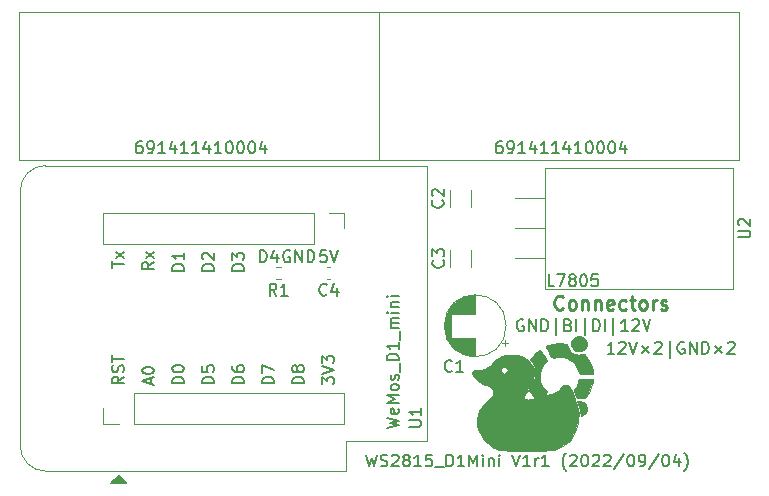
<source format=gto>
%TF.GenerationSoftware,KiCad,Pcbnew,6.0.4-6f826c9f35~116~ubuntu18.04.1*%
%TF.CreationDate,2022-09-04T19:01:58+02:00*%
%TF.ProjectId,WS2815_D1Mini,57533238-3135-45f4-9431-4d696e692e6b,rev?*%
%TF.SameCoordinates,Original*%
%TF.FileFunction,Legend,Top*%
%TF.FilePolarity,Positive*%
%FSLAX46Y46*%
G04 Gerber Fmt 4.6, Leading zero omitted, Abs format (unit mm)*
G04 Created by KiCad (PCBNEW 6.0.4-6f826c9f35~116~ubuntu18.04.1) date 2022-09-04 19:01:58*
%MOMM*%
%LPD*%
G01*
G04 APERTURE LIST*
%ADD10C,0.150000*%
%ADD11C,0.250000*%
%ADD12C,0.120000*%
%ADD13C,0.010000*%
G04 APERTURE END LIST*
D10*
X116911380Y-87421404D02*
X115911380Y-87421404D01*
X115911380Y-87183309D01*
X115959000Y-87040452D01*
X116054238Y-86945214D01*
X116149476Y-86897595D01*
X116339952Y-86849976D01*
X116482809Y-86849976D01*
X116673285Y-86897595D01*
X116768523Y-86945214D01*
X116863761Y-87040452D01*
X116911380Y-87183309D01*
X116911380Y-87421404D01*
X115911380Y-86230928D02*
X115911380Y-86135690D01*
X115959000Y-86040452D01*
X116006619Y-85992833D01*
X116101857Y-85945214D01*
X116292333Y-85897595D01*
X116530428Y-85897595D01*
X116720904Y-85945214D01*
X116816142Y-85992833D01*
X116863761Y-86040452D01*
X116911380Y-86135690D01*
X116911380Y-86230928D01*
X116863761Y-86326166D01*
X116816142Y-86373785D01*
X116720904Y-86421404D01*
X116530428Y-86469023D01*
X116292333Y-86469023D01*
X116101857Y-86421404D01*
X116006619Y-86373785D01*
X115959000Y-86326166D01*
X115911380Y-86230928D01*
X121991380Y-87421404D02*
X120991380Y-87421404D01*
X120991380Y-87183309D01*
X121039000Y-87040452D01*
X121134238Y-86945214D01*
X121229476Y-86897595D01*
X121419952Y-86849976D01*
X121562809Y-86849976D01*
X121753285Y-86897595D01*
X121848523Y-86945214D01*
X121943761Y-87040452D01*
X121991380Y-87183309D01*
X121991380Y-87421404D01*
X120991380Y-85992833D02*
X120991380Y-86183309D01*
X121039000Y-86278547D01*
X121086619Y-86326166D01*
X121229476Y-86421404D01*
X121419952Y-86469023D01*
X121800904Y-86469023D01*
X121896142Y-86421404D01*
X121943761Y-86373785D01*
X121991380Y-86278547D01*
X121991380Y-86088071D01*
X121943761Y-85992833D01*
X121896142Y-85945214D01*
X121800904Y-85897595D01*
X121562809Y-85897595D01*
X121467571Y-85945214D01*
X121419952Y-85992833D01*
X121372333Y-86088071D01*
X121372333Y-86278547D01*
X121419952Y-86373785D01*
X121467571Y-86421404D01*
X121562809Y-86469023D01*
X124531380Y-87421404D02*
X123531380Y-87421404D01*
X123531380Y-87183309D01*
X123579000Y-87040452D01*
X123674238Y-86945214D01*
X123769476Y-86897595D01*
X123959952Y-86849976D01*
X124102809Y-86849976D01*
X124293285Y-86897595D01*
X124388523Y-86945214D01*
X124483761Y-87040452D01*
X124531380Y-87183309D01*
X124531380Y-87421404D01*
X123531380Y-86516642D02*
X123531380Y-85849976D01*
X124531380Y-86278547D01*
D11*
X149006428Y-81073571D02*
X148949285Y-81130714D01*
X148777857Y-81187857D01*
X148663571Y-81187857D01*
X148492142Y-81130714D01*
X148377857Y-81016428D01*
X148320714Y-80902142D01*
X148263571Y-80673571D01*
X148263571Y-80502142D01*
X148320714Y-80273571D01*
X148377857Y-80159285D01*
X148492142Y-80045000D01*
X148663571Y-79987857D01*
X148777857Y-79987857D01*
X148949285Y-80045000D01*
X149006428Y-80102142D01*
X149692142Y-81187857D02*
X149577857Y-81130714D01*
X149520714Y-81073571D01*
X149463571Y-80959285D01*
X149463571Y-80616428D01*
X149520714Y-80502142D01*
X149577857Y-80445000D01*
X149692142Y-80387857D01*
X149863571Y-80387857D01*
X149977857Y-80445000D01*
X150035000Y-80502142D01*
X150092142Y-80616428D01*
X150092142Y-80959285D01*
X150035000Y-81073571D01*
X149977857Y-81130714D01*
X149863571Y-81187857D01*
X149692142Y-81187857D01*
X150606428Y-80387857D02*
X150606428Y-81187857D01*
X150606428Y-80502142D02*
X150663571Y-80445000D01*
X150777857Y-80387857D01*
X150949285Y-80387857D01*
X151063571Y-80445000D01*
X151120714Y-80559285D01*
X151120714Y-81187857D01*
X151692142Y-80387857D02*
X151692142Y-81187857D01*
X151692142Y-80502142D02*
X151749285Y-80445000D01*
X151863571Y-80387857D01*
X152035000Y-80387857D01*
X152149285Y-80445000D01*
X152206428Y-80559285D01*
X152206428Y-81187857D01*
X153235000Y-81130714D02*
X153120714Y-81187857D01*
X152892142Y-81187857D01*
X152777857Y-81130714D01*
X152720714Y-81016428D01*
X152720714Y-80559285D01*
X152777857Y-80445000D01*
X152892142Y-80387857D01*
X153120714Y-80387857D01*
X153235000Y-80445000D01*
X153292142Y-80559285D01*
X153292142Y-80673571D01*
X152720714Y-80787857D01*
X154320714Y-81130714D02*
X154206428Y-81187857D01*
X153977857Y-81187857D01*
X153863571Y-81130714D01*
X153806428Y-81073571D01*
X153749285Y-80959285D01*
X153749285Y-80616428D01*
X153806428Y-80502142D01*
X153863571Y-80445000D01*
X153977857Y-80387857D01*
X154206428Y-80387857D01*
X154320714Y-80445000D01*
X154663571Y-80387857D02*
X155120714Y-80387857D01*
X154835000Y-79987857D02*
X154835000Y-81016428D01*
X154892142Y-81130714D01*
X155006428Y-81187857D01*
X155120714Y-81187857D01*
X155692142Y-81187857D02*
X155577857Y-81130714D01*
X155520714Y-81073571D01*
X155463571Y-80959285D01*
X155463571Y-80616428D01*
X155520714Y-80502142D01*
X155577857Y-80445000D01*
X155692142Y-80387857D01*
X155863571Y-80387857D01*
X155977857Y-80445000D01*
X156035000Y-80502142D01*
X156092142Y-80616428D01*
X156092142Y-80959285D01*
X156035000Y-81073571D01*
X155977857Y-81130714D01*
X155863571Y-81187857D01*
X155692142Y-81187857D01*
X156606428Y-81187857D02*
X156606428Y-80387857D01*
X156606428Y-80616428D02*
X156663571Y-80502142D01*
X156720714Y-80445000D01*
X156835000Y-80387857D01*
X156949285Y-80387857D01*
X157292142Y-81130714D02*
X157406428Y-81187857D01*
X157635000Y-81187857D01*
X157749285Y-81130714D01*
X157806428Y-81016428D01*
X157806428Y-80959285D01*
X157749285Y-80845000D01*
X157635000Y-80787857D01*
X157463571Y-80787857D01*
X157349285Y-80730714D01*
X157292142Y-80616428D01*
X157292142Y-80559285D01*
X157349285Y-80445000D01*
X157463571Y-80387857D01*
X157635000Y-80387857D01*
X157749285Y-80445000D01*
D10*
X125857095Y-76208000D02*
X125761857Y-76160380D01*
X125619000Y-76160380D01*
X125476142Y-76208000D01*
X125380904Y-76303238D01*
X125333285Y-76398476D01*
X125285666Y-76588952D01*
X125285666Y-76731809D01*
X125333285Y-76922285D01*
X125380904Y-77017523D01*
X125476142Y-77112761D01*
X125619000Y-77160380D01*
X125714238Y-77160380D01*
X125857095Y-77112761D01*
X125904714Y-77065142D01*
X125904714Y-76731809D01*
X125714238Y-76731809D01*
X126333285Y-77160380D02*
X126333285Y-76160380D01*
X126904714Y-77160380D01*
X126904714Y-76160380D01*
X127380904Y-77160380D02*
X127380904Y-76160380D01*
X127619000Y-76160380D01*
X127761857Y-76208000D01*
X127857095Y-76303238D01*
X127904714Y-76398476D01*
X127952333Y-76588952D01*
X127952333Y-76731809D01*
X127904714Y-76922285D01*
X127857095Y-77017523D01*
X127761857Y-77112761D01*
X127619000Y-77160380D01*
X127380904Y-77160380D01*
X114371380Y-77170500D02*
X113895190Y-77503833D01*
X114371380Y-77741928D02*
X113371380Y-77741928D01*
X113371380Y-77360976D01*
X113419000Y-77265738D01*
X113466619Y-77218119D01*
X113561857Y-77170500D01*
X113704714Y-77170500D01*
X113799952Y-77218119D01*
X113847571Y-77265738D01*
X113895190Y-77360976D01*
X113895190Y-77741928D01*
X114371380Y-76837166D02*
X113704714Y-76313357D01*
X113704714Y-76837166D02*
X114371380Y-76313357D01*
X128968523Y-76160380D02*
X128492333Y-76160380D01*
X128444714Y-76636571D01*
X128492333Y-76588952D01*
X128587571Y-76541333D01*
X128825666Y-76541333D01*
X128920904Y-76588952D01*
X128968523Y-76636571D01*
X129016142Y-76731809D01*
X129016142Y-76969904D01*
X128968523Y-77065142D01*
X128920904Y-77112761D01*
X128825666Y-77160380D01*
X128587571Y-77160380D01*
X128492333Y-77112761D01*
X128444714Y-77065142D01*
X129301857Y-76160380D02*
X129635190Y-77160380D01*
X129968523Y-76160380D01*
X119451380Y-77884785D02*
X118451380Y-77884785D01*
X118451380Y-77646690D01*
X118499000Y-77503833D01*
X118594238Y-77408595D01*
X118689476Y-77360976D01*
X118879952Y-77313357D01*
X119022809Y-77313357D01*
X119213285Y-77360976D01*
X119308523Y-77408595D01*
X119403761Y-77503833D01*
X119451380Y-77646690D01*
X119451380Y-77884785D01*
X118546619Y-76932404D02*
X118499000Y-76884785D01*
X118451380Y-76789547D01*
X118451380Y-76551452D01*
X118499000Y-76456214D01*
X118546619Y-76408595D01*
X118641857Y-76360976D01*
X118737095Y-76360976D01*
X118879952Y-76408595D01*
X119451380Y-76980023D01*
X119451380Y-76360976D01*
X121991380Y-77884785D02*
X120991380Y-77884785D01*
X120991380Y-77646690D01*
X121039000Y-77503833D01*
X121134238Y-77408595D01*
X121229476Y-77360976D01*
X121419952Y-77313357D01*
X121562809Y-77313357D01*
X121753285Y-77360976D01*
X121848523Y-77408595D01*
X121943761Y-77503833D01*
X121991380Y-77646690D01*
X121991380Y-77884785D01*
X120991380Y-76980023D02*
X120991380Y-76360976D01*
X121372333Y-76694309D01*
X121372333Y-76551452D01*
X121419952Y-76456214D01*
X121467571Y-76408595D01*
X121562809Y-76360976D01*
X121800904Y-76360976D01*
X121896142Y-76408595D01*
X121943761Y-76456214D01*
X121991380Y-76551452D01*
X121991380Y-76837166D01*
X121943761Y-76932404D01*
X121896142Y-76980023D01*
X111831380Y-86849976D02*
X111355190Y-87183309D01*
X111831380Y-87421404D02*
X110831380Y-87421404D01*
X110831380Y-87040452D01*
X110879000Y-86945214D01*
X110926619Y-86897595D01*
X111021857Y-86849976D01*
X111164714Y-86849976D01*
X111259952Y-86897595D01*
X111307571Y-86945214D01*
X111355190Y-87040452D01*
X111355190Y-87421404D01*
X111783761Y-86469023D02*
X111831380Y-86326166D01*
X111831380Y-86088071D01*
X111783761Y-85992833D01*
X111736142Y-85945214D01*
X111640904Y-85897595D01*
X111545666Y-85897595D01*
X111450428Y-85945214D01*
X111402809Y-85992833D01*
X111355190Y-86088071D01*
X111307571Y-86278547D01*
X111259952Y-86373785D01*
X111212333Y-86421404D01*
X111117095Y-86469023D01*
X111021857Y-86469023D01*
X110926619Y-86421404D01*
X110879000Y-86373785D01*
X110831380Y-86278547D01*
X110831380Y-86040452D01*
X110879000Y-85897595D01*
X110831380Y-85611880D02*
X110831380Y-85040452D01*
X111831380Y-85326166D02*
X110831380Y-85326166D01*
X114085666Y-87469023D02*
X114085666Y-86992833D01*
X114371380Y-87564261D02*
X113371380Y-87230928D01*
X114371380Y-86897595D01*
X113371380Y-86373785D02*
X113371380Y-86278547D01*
X113419000Y-86183309D01*
X113466619Y-86135690D01*
X113561857Y-86088071D01*
X113752333Y-86040452D01*
X113990428Y-86040452D01*
X114180904Y-86088071D01*
X114276142Y-86135690D01*
X114323761Y-86183309D01*
X114371380Y-86278547D01*
X114371380Y-86373785D01*
X114323761Y-86469023D01*
X114276142Y-86516642D01*
X114180904Y-86564261D01*
X113990428Y-86611880D01*
X113752333Y-86611880D01*
X113561857Y-86564261D01*
X113466619Y-86516642D01*
X113419000Y-86469023D01*
X113371380Y-86373785D01*
X132357142Y-93452380D02*
X132595238Y-94452380D01*
X132785714Y-93738095D01*
X132976190Y-94452380D01*
X133214285Y-93452380D01*
X133547619Y-94404761D02*
X133690476Y-94452380D01*
X133928571Y-94452380D01*
X134023809Y-94404761D01*
X134071428Y-94357142D01*
X134119047Y-94261904D01*
X134119047Y-94166666D01*
X134071428Y-94071428D01*
X134023809Y-94023809D01*
X133928571Y-93976190D01*
X133738095Y-93928571D01*
X133642857Y-93880952D01*
X133595238Y-93833333D01*
X133547619Y-93738095D01*
X133547619Y-93642857D01*
X133595238Y-93547619D01*
X133642857Y-93500000D01*
X133738095Y-93452380D01*
X133976190Y-93452380D01*
X134119047Y-93500000D01*
X134500000Y-93547619D02*
X134547619Y-93500000D01*
X134642857Y-93452380D01*
X134880952Y-93452380D01*
X134976190Y-93500000D01*
X135023809Y-93547619D01*
X135071428Y-93642857D01*
X135071428Y-93738095D01*
X135023809Y-93880952D01*
X134452380Y-94452380D01*
X135071428Y-94452380D01*
X135642857Y-93880952D02*
X135547619Y-93833333D01*
X135500000Y-93785714D01*
X135452380Y-93690476D01*
X135452380Y-93642857D01*
X135500000Y-93547619D01*
X135547619Y-93500000D01*
X135642857Y-93452380D01*
X135833333Y-93452380D01*
X135928571Y-93500000D01*
X135976190Y-93547619D01*
X136023809Y-93642857D01*
X136023809Y-93690476D01*
X135976190Y-93785714D01*
X135928571Y-93833333D01*
X135833333Y-93880952D01*
X135642857Y-93880952D01*
X135547619Y-93928571D01*
X135500000Y-93976190D01*
X135452380Y-94071428D01*
X135452380Y-94261904D01*
X135500000Y-94357142D01*
X135547619Y-94404761D01*
X135642857Y-94452380D01*
X135833333Y-94452380D01*
X135928571Y-94404761D01*
X135976190Y-94357142D01*
X136023809Y-94261904D01*
X136023809Y-94071428D01*
X135976190Y-93976190D01*
X135928571Y-93928571D01*
X135833333Y-93880952D01*
X136976190Y-94452380D02*
X136404761Y-94452380D01*
X136690476Y-94452380D02*
X136690476Y-93452380D01*
X136595238Y-93595238D01*
X136500000Y-93690476D01*
X136404761Y-93738095D01*
X137880952Y-93452380D02*
X137404761Y-93452380D01*
X137357142Y-93928571D01*
X137404761Y-93880952D01*
X137500000Y-93833333D01*
X137738095Y-93833333D01*
X137833333Y-93880952D01*
X137880952Y-93928571D01*
X137928571Y-94023809D01*
X137928571Y-94261904D01*
X137880952Y-94357142D01*
X137833333Y-94404761D01*
X137738095Y-94452380D01*
X137500000Y-94452380D01*
X137404761Y-94404761D01*
X137357142Y-94357142D01*
X138119047Y-94547619D02*
X138880952Y-94547619D01*
X139119047Y-94452380D02*
X139119047Y-93452380D01*
X139357142Y-93452380D01*
X139500000Y-93500000D01*
X139595238Y-93595238D01*
X139642857Y-93690476D01*
X139690476Y-93880952D01*
X139690476Y-94023809D01*
X139642857Y-94214285D01*
X139595238Y-94309523D01*
X139500000Y-94404761D01*
X139357142Y-94452380D01*
X139119047Y-94452380D01*
X140642857Y-94452380D02*
X140071428Y-94452380D01*
X140357142Y-94452380D02*
X140357142Y-93452380D01*
X140261904Y-93595238D01*
X140166666Y-93690476D01*
X140071428Y-93738095D01*
X141071428Y-94452380D02*
X141071428Y-93452380D01*
X141404761Y-94166666D01*
X141738095Y-93452380D01*
X141738095Y-94452380D01*
X142214285Y-94452380D02*
X142214285Y-93785714D01*
X142214285Y-93452380D02*
X142166666Y-93500000D01*
X142214285Y-93547619D01*
X142261904Y-93500000D01*
X142214285Y-93452380D01*
X142214285Y-93547619D01*
X142690476Y-93785714D02*
X142690476Y-94452380D01*
X142690476Y-93880952D02*
X142738095Y-93833333D01*
X142833333Y-93785714D01*
X142976190Y-93785714D01*
X143071428Y-93833333D01*
X143119047Y-93928571D01*
X143119047Y-94452380D01*
X143595238Y-94452380D02*
X143595238Y-93785714D01*
X143595238Y-93452380D02*
X143547619Y-93500000D01*
X143595238Y-93547619D01*
X143642857Y-93500000D01*
X143595238Y-93452380D01*
X143595238Y-93547619D01*
X144690476Y-93452380D02*
X145023809Y-94452380D01*
X145357142Y-93452380D01*
X146214285Y-94452380D02*
X145642857Y-94452380D01*
X145928571Y-94452380D02*
X145928571Y-93452380D01*
X145833333Y-93595238D01*
X145738095Y-93690476D01*
X145642857Y-93738095D01*
X146642857Y-94452380D02*
X146642857Y-93785714D01*
X146642857Y-93976190D02*
X146690476Y-93880952D01*
X146738095Y-93833333D01*
X146833333Y-93785714D01*
X146928571Y-93785714D01*
X147785714Y-94452380D02*
X147214285Y-94452380D01*
X147500000Y-94452380D02*
X147500000Y-93452380D01*
X147404761Y-93595238D01*
X147309523Y-93690476D01*
X147214285Y-93738095D01*
X149261904Y-94833333D02*
X149214285Y-94785714D01*
X149119047Y-94642857D01*
X149071428Y-94547619D01*
X149023809Y-94404761D01*
X148976190Y-94166666D01*
X148976190Y-93976190D01*
X149023809Y-93738095D01*
X149071428Y-93595238D01*
X149119047Y-93500000D01*
X149214285Y-93357142D01*
X149261904Y-93309523D01*
X149595238Y-93547619D02*
X149642857Y-93500000D01*
X149738095Y-93452380D01*
X149976190Y-93452380D01*
X150071428Y-93500000D01*
X150119047Y-93547619D01*
X150166666Y-93642857D01*
X150166666Y-93738095D01*
X150119047Y-93880952D01*
X149547619Y-94452380D01*
X150166666Y-94452380D01*
X150785714Y-93452380D02*
X150880952Y-93452380D01*
X150976190Y-93500000D01*
X151023809Y-93547619D01*
X151071428Y-93642857D01*
X151119047Y-93833333D01*
X151119047Y-94071428D01*
X151071428Y-94261904D01*
X151023809Y-94357142D01*
X150976190Y-94404761D01*
X150880952Y-94452380D01*
X150785714Y-94452380D01*
X150690476Y-94404761D01*
X150642857Y-94357142D01*
X150595238Y-94261904D01*
X150547619Y-94071428D01*
X150547619Y-93833333D01*
X150595238Y-93642857D01*
X150642857Y-93547619D01*
X150690476Y-93500000D01*
X150785714Y-93452380D01*
X151500000Y-93547619D02*
X151547619Y-93500000D01*
X151642857Y-93452380D01*
X151880952Y-93452380D01*
X151976190Y-93500000D01*
X152023809Y-93547619D01*
X152071428Y-93642857D01*
X152071428Y-93738095D01*
X152023809Y-93880952D01*
X151452380Y-94452380D01*
X152071428Y-94452380D01*
X152452380Y-93547619D02*
X152500000Y-93500000D01*
X152595238Y-93452380D01*
X152833333Y-93452380D01*
X152928571Y-93500000D01*
X152976190Y-93547619D01*
X153023809Y-93642857D01*
X153023809Y-93738095D01*
X152976190Y-93880952D01*
X152404761Y-94452380D01*
X153023809Y-94452380D01*
X154166666Y-93404761D02*
X153309523Y-94690476D01*
X154690476Y-93452380D02*
X154785714Y-93452380D01*
X154880952Y-93500000D01*
X154928571Y-93547619D01*
X154976190Y-93642857D01*
X155023809Y-93833333D01*
X155023809Y-94071428D01*
X154976190Y-94261904D01*
X154928571Y-94357142D01*
X154880952Y-94404761D01*
X154785714Y-94452380D01*
X154690476Y-94452380D01*
X154595238Y-94404761D01*
X154547619Y-94357142D01*
X154500000Y-94261904D01*
X154452380Y-94071428D01*
X154452380Y-93833333D01*
X154500000Y-93642857D01*
X154547619Y-93547619D01*
X154595238Y-93500000D01*
X154690476Y-93452380D01*
X155500000Y-94452380D02*
X155690476Y-94452380D01*
X155785714Y-94404761D01*
X155833333Y-94357142D01*
X155928571Y-94214285D01*
X155976190Y-94023809D01*
X155976190Y-93642857D01*
X155928571Y-93547619D01*
X155880952Y-93500000D01*
X155785714Y-93452380D01*
X155595238Y-93452380D01*
X155500000Y-93500000D01*
X155452380Y-93547619D01*
X155404761Y-93642857D01*
X155404761Y-93880952D01*
X155452380Y-93976190D01*
X155500000Y-94023809D01*
X155595238Y-94071428D01*
X155785714Y-94071428D01*
X155880952Y-94023809D01*
X155928571Y-93976190D01*
X155976190Y-93880952D01*
X157119047Y-93404761D02*
X156261904Y-94690476D01*
X157642857Y-93452380D02*
X157738095Y-93452380D01*
X157833333Y-93500000D01*
X157880952Y-93547619D01*
X157928571Y-93642857D01*
X157976190Y-93833333D01*
X157976190Y-94071428D01*
X157928571Y-94261904D01*
X157880952Y-94357142D01*
X157833333Y-94404761D01*
X157738095Y-94452380D01*
X157642857Y-94452380D01*
X157547619Y-94404761D01*
X157500000Y-94357142D01*
X157452380Y-94261904D01*
X157404761Y-94071428D01*
X157404761Y-93833333D01*
X157452380Y-93642857D01*
X157500000Y-93547619D01*
X157547619Y-93500000D01*
X157642857Y-93452380D01*
X158833333Y-93785714D02*
X158833333Y-94452380D01*
X158595238Y-93404761D02*
X158357142Y-94119047D01*
X158976190Y-94119047D01*
X159261904Y-94833333D02*
X159309523Y-94785714D01*
X159404761Y-94642857D01*
X159452380Y-94547619D01*
X159500000Y-94404761D01*
X159547619Y-94166666D01*
X159547619Y-93976190D01*
X159500000Y-93738095D01*
X159452380Y-93595238D01*
X159404761Y-93500000D01*
X159309523Y-93357142D01*
X159261904Y-93309523D01*
X145639404Y-82050000D02*
X145544166Y-82002380D01*
X145401309Y-82002380D01*
X145258452Y-82050000D01*
X145163214Y-82145238D01*
X145115595Y-82240476D01*
X145067976Y-82430952D01*
X145067976Y-82573809D01*
X145115595Y-82764285D01*
X145163214Y-82859523D01*
X145258452Y-82954761D01*
X145401309Y-83002380D01*
X145496547Y-83002380D01*
X145639404Y-82954761D01*
X145687023Y-82907142D01*
X145687023Y-82573809D01*
X145496547Y-82573809D01*
X146115595Y-83002380D02*
X146115595Y-82002380D01*
X146687023Y-83002380D01*
X146687023Y-82002380D01*
X147163214Y-83002380D02*
X147163214Y-82002380D01*
X147401309Y-82002380D01*
X147544166Y-82050000D01*
X147639404Y-82145238D01*
X147687023Y-82240476D01*
X147734642Y-82430952D01*
X147734642Y-82573809D01*
X147687023Y-82764285D01*
X147639404Y-82859523D01*
X147544166Y-82954761D01*
X147401309Y-83002380D01*
X147163214Y-83002380D01*
X148401309Y-83335714D02*
X148401309Y-81907142D01*
X149448928Y-82478571D02*
X149591785Y-82526190D01*
X149639404Y-82573809D01*
X149687023Y-82669047D01*
X149687023Y-82811904D01*
X149639404Y-82907142D01*
X149591785Y-82954761D01*
X149496547Y-83002380D01*
X149115595Y-83002380D01*
X149115595Y-82002380D01*
X149448928Y-82002380D01*
X149544166Y-82050000D01*
X149591785Y-82097619D01*
X149639404Y-82192857D01*
X149639404Y-82288095D01*
X149591785Y-82383333D01*
X149544166Y-82430952D01*
X149448928Y-82478571D01*
X149115595Y-82478571D01*
X150115595Y-83002380D02*
X150115595Y-82002380D01*
X150829880Y-83335714D02*
X150829880Y-81907142D01*
X151544166Y-83002380D02*
X151544166Y-82002380D01*
X151782261Y-82002380D01*
X151925119Y-82050000D01*
X152020357Y-82145238D01*
X152067976Y-82240476D01*
X152115595Y-82430952D01*
X152115595Y-82573809D01*
X152067976Y-82764285D01*
X152020357Y-82859523D01*
X151925119Y-82954761D01*
X151782261Y-83002380D01*
X151544166Y-83002380D01*
X152544166Y-83002380D02*
X152544166Y-82002380D01*
X153258452Y-83335714D02*
X153258452Y-81907142D01*
X154496547Y-83002380D02*
X153925119Y-83002380D01*
X154210833Y-83002380D02*
X154210833Y-82002380D01*
X154115595Y-82145238D01*
X154020357Y-82240476D01*
X153925119Y-82288095D01*
X154877500Y-82097619D02*
X154925119Y-82050000D01*
X155020357Y-82002380D01*
X155258452Y-82002380D01*
X155353690Y-82050000D01*
X155401309Y-82097619D01*
X155448928Y-82192857D01*
X155448928Y-82288095D01*
X155401309Y-82430952D01*
X154829880Y-83002380D01*
X155448928Y-83002380D01*
X155734642Y-82002380D02*
X156067976Y-83002380D01*
X156401309Y-82002380D01*
X116911380Y-77884785D02*
X115911380Y-77884785D01*
X115911380Y-77646690D01*
X115959000Y-77503833D01*
X116054238Y-77408595D01*
X116149476Y-77360976D01*
X116339952Y-77313357D01*
X116482809Y-77313357D01*
X116673285Y-77360976D01*
X116768523Y-77408595D01*
X116863761Y-77503833D01*
X116911380Y-77646690D01*
X116911380Y-77884785D01*
X116911380Y-76360976D02*
X116911380Y-76932404D01*
X116911380Y-76646690D02*
X115911380Y-76646690D01*
X116054238Y-76741928D01*
X116149476Y-76837166D01*
X116197095Y-76932404D01*
X153351547Y-84907380D02*
X152780119Y-84907380D01*
X153065833Y-84907380D02*
X153065833Y-83907380D01*
X152970595Y-84050238D01*
X152875357Y-84145476D01*
X152780119Y-84193095D01*
X153732500Y-84002619D02*
X153780119Y-83955000D01*
X153875357Y-83907380D01*
X154113452Y-83907380D01*
X154208690Y-83955000D01*
X154256309Y-84002619D01*
X154303928Y-84097857D01*
X154303928Y-84193095D01*
X154256309Y-84335952D01*
X153684880Y-84907380D01*
X154303928Y-84907380D01*
X154589642Y-83907380D02*
X154922976Y-84907380D01*
X155256309Y-83907380D01*
X155684880Y-84240714D02*
X156256309Y-84812142D01*
X156256309Y-84240714D02*
X155684880Y-84812142D01*
X156780119Y-84002619D02*
X156827738Y-83955000D01*
X156922976Y-83907380D01*
X157161071Y-83907380D01*
X157256309Y-83955000D01*
X157303928Y-84002619D01*
X157351547Y-84097857D01*
X157351547Y-84193095D01*
X157303928Y-84335952D01*
X156732500Y-84907380D01*
X157351547Y-84907380D01*
X158018214Y-85240714D02*
X158018214Y-83812142D01*
X159256309Y-83955000D02*
X159161071Y-83907380D01*
X159018214Y-83907380D01*
X158875357Y-83955000D01*
X158780119Y-84050238D01*
X158732500Y-84145476D01*
X158684880Y-84335952D01*
X158684880Y-84478809D01*
X158732500Y-84669285D01*
X158780119Y-84764523D01*
X158875357Y-84859761D01*
X159018214Y-84907380D01*
X159113452Y-84907380D01*
X159256309Y-84859761D01*
X159303928Y-84812142D01*
X159303928Y-84478809D01*
X159113452Y-84478809D01*
X159732500Y-84907380D02*
X159732500Y-83907380D01*
X160303928Y-84907380D01*
X160303928Y-83907380D01*
X160780119Y-84907380D02*
X160780119Y-83907380D01*
X161018214Y-83907380D01*
X161161071Y-83955000D01*
X161256309Y-84050238D01*
X161303928Y-84145476D01*
X161351547Y-84335952D01*
X161351547Y-84478809D01*
X161303928Y-84669285D01*
X161256309Y-84764523D01*
X161161071Y-84859761D01*
X161018214Y-84907380D01*
X160780119Y-84907380D01*
X161875357Y-84240714D02*
X162446785Y-84812142D01*
X162446785Y-84240714D02*
X161875357Y-84812142D01*
X162970595Y-84002619D02*
X163018214Y-83955000D01*
X163113452Y-83907380D01*
X163351547Y-83907380D01*
X163446785Y-83955000D01*
X163494404Y-84002619D01*
X163542023Y-84097857D01*
X163542023Y-84193095D01*
X163494404Y-84335952D01*
X162922976Y-84907380D01*
X163542023Y-84907380D01*
X123340904Y-77160380D02*
X123340904Y-76160380D01*
X123579000Y-76160380D01*
X123721857Y-76208000D01*
X123817095Y-76303238D01*
X123864714Y-76398476D01*
X123912333Y-76588952D01*
X123912333Y-76731809D01*
X123864714Y-76922285D01*
X123817095Y-77017523D01*
X123721857Y-77112761D01*
X123579000Y-77160380D01*
X123340904Y-77160380D01*
X124769476Y-76493714D02*
X124769476Y-77160380D01*
X124531380Y-76112761D02*
X124293285Y-76827047D01*
X124912333Y-76827047D01*
X110831380Y-77646690D02*
X110831380Y-77075261D01*
X111831380Y-77360976D02*
X110831380Y-77360976D01*
X111831380Y-76837166D02*
X111164714Y-76313357D01*
X111164714Y-76837166D02*
X111831380Y-76313357D01*
X127071380Y-87421404D02*
X126071380Y-87421404D01*
X126071380Y-87183309D01*
X126119000Y-87040452D01*
X126214238Y-86945214D01*
X126309476Y-86897595D01*
X126499952Y-86849976D01*
X126642809Y-86849976D01*
X126833285Y-86897595D01*
X126928523Y-86945214D01*
X127023761Y-87040452D01*
X127071380Y-87183309D01*
X127071380Y-87421404D01*
X126499952Y-86278547D02*
X126452333Y-86373785D01*
X126404714Y-86421404D01*
X126309476Y-86469023D01*
X126261857Y-86469023D01*
X126166619Y-86421404D01*
X126119000Y-86373785D01*
X126071380Y-86278547D01*
X126071380Y-86088071D01*
X126119000Y-85992833D01*
X126166619Y-85945214D01*
X126261857Y-85897595D01*
X126309476Y-85897595D01*
X126404714Y-85945214D01*
X126452333Y-85992833D01*
X126499952Y-86088071D01*
X126499952Y-86278547D01*
X126547571Y-86373785D01*
X126595190Y-86421404D01*
X126690428Y-86469023D01*
X126880904Y-86469023D01*
X126976142Y-86421404D01*
X127023761Y-86373785D01*
X127071380Y-86278547D01*
X127071380Y-86088071D01*
X127023761Y-85992833D01*
X126976142Y-85945214D01*
X126880904Y-85897595D01*
X126690428Y-85897595D01*
X126595190Y-85945214D01*
X126547571Y-85992833D01*
X126499952Y-86088071D01*
X119451380Y-87421404D02*
X118451380Y-87421404D01*
X118451380Y-87183309D01*
X118499000Y-87040452D01*
X118594238Y-86945214D01*
X118689476Y-86897595D01*
X118879952Y-86849976D01*
X119022809Y-86849976D01*
X119213285Y-86897595D01*
X119308523Y-86945214D01*
X119403761Y-87040452D01*
X119451380Y-87183309D01*
X119451380Y-87421404D01*
X118451380Y-85945214D02*
X118451380Y-86421404D01*
X118927571Y-86469023D01*
X118879952Y-86421404D01*
X118832333Y-86326166D01*
X118832333Y-86088071D01*
X118879952Y-85992833D01*
X118927571Y-85945214D01*
X119022809Y-85897595D01*
X119260904Y-85897595D01*
X119356142Y-85945214D01*
X119403761Y-85992833D01*
X119451380Y-86088071D01*
X119451380Y-86326166D01*
X119403761Y-86421404D01*
X119356142Y-86469023D01*
X128611380Y-87516642D02*
X128611380Y-86897595D01*
X128992333Y-87230928D01*
X128992333Y-87088071D01*
X129039952Y-86992833D01*
X129087571Y-86945214D01*
X129182809Y-86897595D01*
X129420904Y-86897595D01*
X129516142Y-86945214D01*
X129563761Y-86992833D01*
X129611380Y-87088071D01*
X129611380Y-87373785D01*
X129563761Y-87469023D01*
X129516142Y-87516642D01*
X128611380Y-86611880D02*
X129611380Y-86278547D01*
X128611380Y-85945214D01*
X128611380Y-85707119D02*
X128611380Y-85088071D01*
X128992333Y-85421404D01*
X128992333Y-85278547D01*
X129039952Y-85183309D01*
X129087571Y-85135690D01*
X129182809Y-85088071D01*
X129420904Y-85088071D01*
X129516142Y-85135690D01*
X129563761Y-85183309D01*
X129611380Y-85278547D01*
X129611380Y-85564261D01*
X129563761Y-85659500D01*
X129516142Y-85707119D01*
%TO.C,J14*%
X113312380Y-66932380D02*
X113121904Y-66932380D01*
X113026666Y-66980000D01*
X112979047Y-67027619D01*
X112883809Y-67170476D01*
X112836190Y-67360952D01*
X112836190Y-67741904D01*
X112883809Y-67837142D01*
X112931428Y-67884761D01*
X113026666Y-67932380D01*
X113217142Y-67932380D01*
X113312380Y-67884761D01*
X113360000Y-67837142D01*
X113407619Y-67741904D01*
X113407619Y-67503809D01*
X113360000Y-67408571D01*
X113312380Y-67360952D01*
X113217142Y-67313333D01*
X113026666Y-67313333D01*
X112931428Y-67360952D01*
X112883809Y-67408571D01*
X112836190Y-67503809D01*
X113883809Y-67932380D02*
X114074285Y-67932380D01*
X114169523Y-67884761D01*
X114217142Y-67837142D01*
X114312380Y-67694285D01*
X114360000Y-67503809D01*
X114360000Y-67122857D01*
X114312380Y-67027619D01*
X114264761Y-66980000D01*
X114169523Y-66932380D01*
X113979047Y-66932380D01*
X113883809Y-66980000D01*
X113836190Y-67027619D01*
X113788571Y-67122857D01*
X113788571Y-67360952D01*
X113836190Y-67456190D01*
X113883809Y-67503809D01*
X113979047Y-67551428D01*
X114169523Y-67551428D01*
X114264761Y-67503809D01*
X114312380Y-67456190D01*
X114360000Y-67360952D01*
X115312380Y-67932380D02*
X114740952Y-67932380D01*
X115026666Y-67932380D02*
X115026666Y-66932380D01*
X114931428Y-67075238D01*
X114836190Y-67170476D01*
X114740952Y-67218095D01*
X116169523Y-67265714D02*
X116169523Y-67932380D01*
X115931428Y-66884761D02*
X115693333Y-67599047D01*
X116312380Y-67599047D01*
X117217142Y-67932380D02*
X116645714Y-67932380D01*
X116931428Y-67932380D02*
X116931428Y-66932380D01*
X116836190Y-67075238D01*
X116740952Y-67170476D01*
X116645714Y-67218095D01*
X118169523Y-67932380D02*
X117598095Y-67932380D01*
X117883809Y-67932380D02*
X117883809Y-66932380D01*
X117788571Y-67075238D01*
X117693333Y-67170476D01*
X117598095Y-67218095D01*
X119026666Y-67265714D02*
X119026666Y-67932380D01*
X118788571Y-66884761D02*
X118550476Y-67599047D01*
X119169523Y-67599047D01*
X120074285Y-67932380D02*
X119502857Y-67932380D01*
X119788571Y-67932380D02*
X119788571Y-66932380D01*
X119693333Y-67075238D01*
X119598095Y-67170476D01*
X119502857Y-67218095D01*
X120693333Y-66932380D02*
X120788571Y-66932380D01*
X120883809Y-66980000D01*
X120931428Y-67027619D01*
X120979047Y-67122857D01*
X121026666Y-67313333D01*
X121026666Y-67551428D01*
X120979047Y-67741904D01*
X120931428Y-67837142D01*
X120883809Y-67884761D01*
X120788571Y-67932380D01*
X120693333Y-67932380D01*
X120598095Y-67884761D01*
X120550476Y-67837142D01*
X120502857Y-67741904D01*
X120455238Y-67551428D01*
X120455238Y-67313333D01*
X120502857Y-67122857D01*
X120550476Y-67027619D01*
X120598095Y-66980000D01*
X120693333Y-66932380D01*
X121645714Y-66932380D02*
X121740952Y-66932380D01*
X121836190Y-66980000D01*
X121883809Y-67027619D01*
X121931428Y-67122857D01*
X121979047Y-67313333D01*
X121979047Y-67551428D01*
X121931428Y-67741904D01*
X121883809Y-67837142D01*
X121836190Y-67884761D01*
X121740952Y-67932380D01*
X121645714Y-67932380D01*
X121550476Y-67884761D01*
X121502857Y-67837142D01*
X121455238Y-67741904D01*
X121407619Y-67551428D01*
X121407619Y-67313333D01*
X121455238Y-67122857D01*
X121502857Y-67027619D01*
X121550476Y-66980000D01*
X121645714Y-66932380D01*
X122598095Y-66932380D02*
X122693333Y-66932380D01*
X122788571Y-66980000D01*
X122836190Y-67027619D01*
X122883809Y-67122857D01*
X122931428Y-67313333D01*
X122931428Y-67551428D01*
X122883809Y-67741904D01*
X122836190Y-67837142D01*
X122788571Y-67884761D01*
X122693333Y-67932380D01*
X122598095Y-67932380D01*
X122502857Y-67884761D01*
X122455238Y-67837142D01*
X122407619Y-67741904D01*
X122360000Y-67551428D01*
X122360000Y-67313333D01*
X122407619Y-67122857D01*
X122455238Y-67027619D01*
X122502857Y-66980000D01*
X122598095Y-66932380D01*
X123788571Y-67265714D02*
X123788571Y-67932380D01*
X123550476Y-66884761D02*
X123312380Y-67599047D01*
X123931428Y-67599047D01*
%TO.C,C1*%
X139583333Y-86357142D02*
X139535714Y-86404761D01*
X139392857Y-86452380D01*
X139297619Y-86452380D01*
X139154761Y-86404761D01*
X139059523Y-86309523D01*
X139011904Y-86214285D01*
X138964285Y-86023809D01*
X138964285Y-85880952D01*
X139011904Y-85690476D01*
X139059523Y-85595238D01*
X139154761Y-85500000D01*
X139297619Y-85452380D01*
X139392857Y-85452380D01*
X139535714Y-85500000D01*
X139583333Y-85547619D01*
X140535714Y-86452380D02*
X139964285Y-86452380D01*
X140250000Y-86452380D02*
X140250000Y-85452380D01*
X140154761Y-85595238D01*
X140059523Y-85690476D01*
X139964285Y-85738095D01*
%TO.C,U1*%
X135977380Y-91104404D02*
X136786904Y-91104404D01*
X136882142Y-91056785D01*
X136929761Y-91009166D01*
X136977380Y-90913928D01*
X136977380Y-90723452D01*
X136929761Y-90628214D01*
X136882142Y-90580595D01*
X136786904Y-90532976D01*
X135977380Y-90532976D01*
X136977380Y-89532976D02*
X136977380Y-90104404D01*
X136977380Y-89818690D02*
X135977380Y-89818690D01*
X136120238Y-89913928D01*
X136215476Y-90009166D01*
X136263095Y-90104404D01*
X134072380Y-91199642D02*
X135072380Y-90961547D01*
X134358095Y-90771071D01*
X135072380Y-90580595D01*
X134072380Y-90342500D01*
X135024761Y-89580595D02*
X135072380Y-89675833D01*
X135072380Y-89866309D01*
X135024761Y-89961547D01*
X134929523Y-90009166D01*
X134548571Y-90009166D01*
X134453333Y-89961547D01*
X134405714Y-89866309D01*
X134405714Y-89675833D01*
X134453333Y-89580595D01*
X134548571Y-89532976D01*
X134643809Y-89532976D01*
X134739047Y-90009166D01*
X135072380Y-89104404D02*
X134072380Y-89104404D01*
X134786666Y-88771071D01*
X134072380Y-88437738D01*
X135072380Y-88437738D01*
X135072380Y-87818690D02*
X135024761Y-87913928D01*
X134977142Y-87961547D01*
X134881904Y-88009166D01*
X134596190Y-88009166D01*
X134500952Y-87961547D01*
X134453333Y-87913928D01*
X134405714Y-87818690D01*
X134405714Y-87675833D01*
X134453333Y-87580595D01*
X134500952Y-87532976D01*
X134596190Y-87485357D01*
X134881904Y-87485357D01*
X134977142Y-87532976D01*
X135024761Y-87580595D01*
X135072380Y-87675833D01*
X135072380Y-87818690D01*
X135024761Y-87104404D02*
X135072380Y-87009166D01*
X135072380Y-86818690D01*
X135024761Y-86723452D01*
X134929523Y-86675833D01*
X134881904Y-86675833D01*
X134786666Y-86723452D01*
X134739047Y-86818690D01*
X134739047Y-86961547D01*
X134691428Y-87056785D01*
X134596190Y-87104404D01*
X134548571Y-87104404D01*
X134453333Y-87056785D01*
X134405714Y-86961547D01*
X134405714Y-86818690D01*
X134453333Y-86723452D01*
X135167619Y-86485357D02*
X135167619Y-85723452D01*
X135072380Y-85485357D02*
X134072380Y-85485357D01*
X134072380Y-85247261D01*
X134120000Y-85104404D01*
X134215238Y-85009166D01*
X134310476Y-84961547D01*
X134500952Y-84913928D01*
X134643809Y-84913928D01*
X134834285Y-84961547D01*
X134929523Y-85009166D01*
X135024761Y-85104404D01*
X135072380Y-85247261D01*
X135072380Y-85485357D01*
X135072380Y-83961547D02*
X135072380Y-84532976D01*
X135072380Y-84247261D02*
X134072380Y-84247261D01*
X134215238Y-84342500D01*
X134310476Y-84437738D01*
X134358095Y-84532976D01*
X135167619Y-83771071D02*
X135167619Y-83009166D01*
X135072380Y-82771071D02*
X134405714Y-82771071D01*
X134500952Y-82771071D02*
X134453333Y-82723452D01*
X134405714Y-82628214D01*
X134405714Y-82485357D01*
X134453333Y-82390119D01*
X134548571Y-82342500D01*
X135072380Y-82342500D01*
X134548571Y-82342500D02*
X134453333Y-82294880D01*
X134405714Y-82199642D01*
X134405714Y-82056785D01*
X134453333Y-81961547D01*
X134548571Y-81913928D01*
X135072380Y-81913928D01*
X135072380Y-81437738D02*
X134405714Y-81437738D01*
X134072380Y-81437738D02*
X134120000Y-81485357D01*
X134167619Y-81437738D01*
X134120000Y-81390119D01*
X134072380Y-81437738D01*
X134167619Y-81437738D01*
X134405714Y-80961547D02*
X135072380Y-80961547D01*
X134500952Y-80961547D02*
X134453333Y-80913928D01*
X134405714Y-80818690D01*
X134405714Y-80675833D01*
X134453333Y-80580595D01*
X134548571Y-80532976D01*
X135072380Y-80532976D01*
X135072380Y-80056785D02*
X134405714Y-80056785D01*
X134072380Y-80056785D02*
X134120000Y-80104404D01*
X134167619Y-80056785D01*
X134120000Y-80009166D01*
X134072380Y-80056785D01*
X134167619Y-80056785D01*
%TO.C,C2*%
X138787142Y-71921666D02*
X138834761Y-71969285D01*
X138882380Y-72112142D01*
X138882380Y-72207380D01*
X138834761Y-72350238D01*
X138739523Y-72445476D01*
X138644285Y-72493095D01*
X138453809Y-72540714D01*
X138310952Y-72540714D01*
X138120476Y-72493095D01*
X138025238Y-72445476D01*
X137930000Y-72350238D01*
X137882380Y-72207380D01*
X137882380Y-72112142D01*
X137930000Y-71969285D01*
X137977619Y-71921666D01*
X137977619Y-71540714D02*
X137930000Y-71493095D01*
X137882380Y-71397857D01*
X137882380Y-71159761D01*
X137930000Y-71064523D01*
X137977619Y-71016904D01*
X138072857Y-70969285D01*
X138168095Y-70969285D01*
X138310952Y-71016904D01*
X138882380Y-71588333D01*
X138882380Y-70969285D01*
%TO.C,J13*%
X143792380Y-66932380D02*
X143601904Y-66932380D01*
X143506666Y-66980000D01*
X143459047Y-67027619D01*
X143363809Y-67170476D01*
X143316190Y-67360952D01*
X143316190Y-67741904D01*
X143363809Y-67837142D01*
X143411428Y-67884761D01*
X143506666Y-67932380D01*
X143697142Y-67932380D01*
X143792380Y-67884761D01*
X143840000Y-67837142D01*
X143887619Y-67741904D01*
X143887619Y-67503809D01*
X143840000Y-67408571D01*
X143792380Y-67360952D01*
X143697142Y-67313333D01*
X143506666Y-67313333D01*
X143411428Y-67360952D01*
X143363809Y-67408571D01*
X143316190Y-67503809D01*
X144363809Y-67932380D02*
X144554285Y-67932380D01*
X144649523Y-67884761D01*
X144697142Y-67837142D01*
X144792380Y-67694285D01*
X144840000Y-67503809D01*
X144840000Y-67122857D01*
X144792380Y-67027619D01*
X144744761Y-66980000D01*
X144649523Y-66932380D01*
X144459047Y-66932380D01*
X144363809Y-66980000D01*
X144316190Y-67027619D01*
X144268571Y-67122857D01*
X144268571Y-67360952D01*
X144316190Y-67456190D01*
X144363809Y-67503809D01*
X144459047Y-67551428D01*
X144649523Y-67551428D01*
X144744761Y-67503809D01*
X144792380Y-67456190D01*
X144840000Y-67360952D01*
X145792380Y-67932380D02*
X145220952Y-67932380D01*
X145506666Y-67932380D02*
X145506666Y-66932380D01*
X145411428Y-67075238D01*
X145316190Y-67170476D01*
X145220952Y-67218095D01*
X146649523Y-67265714D02*
X146649523Y-67932380D01*
X146411428Y-66884761D02*
X146173333Y-67599047D01*
X146792380Y-67599047D01*
X147697142Y-67932380D02*
X147125714Y-67932380D01*
X147411428Y-67932380D02*
X147411428Y-66932380D01*
X147316190Y-67075238D01*
X147220952Y-67170476D01*
X147125714Y-67218095D01*
X148649523Y-67932380D02*
X148078095Y-67932380D01*
X148363809Y-67932380D02*
X148363809Y-66932380D01*
X148268571Y-67075238D01*
X148173333Y-67170476D01*
X148078095Y-67218095D01*
X149506666Y-67265714D02*
X149506666Y-67932380D01*
X149268571Y-66884761D02*
X149030476Y-67599047D01*
X149649523Y-67599047D01*
X150554285Y-67932380D02*
X149982857Y-67932380D01*
X150268571Y-67932380D02*
X150268571Y-66932380D01*
X150173333Y-67075238D01*
X150078095Y-67170476D01*
X149982857Y-67218095D01*
X151173333Y-66932380D02*
X151268571Y-66932380D01*
X151363809Y-66980000D01*
X151411428Y-67027619D01*
X151459047Y-67122857D01*
X151506666Y-67313333D01*
X151506666Y-67551428D01*
X151459047Y-67741904D01*
X151411428Y-67837142D01*
X151363809Y-67884761D01*
X151268571Y-67932380D01*
X151173333Y-67932380D01*
X151078095Y-67884761D01*
X151030476Y-67837142D01*
X150982857Y-67741904D01*
X150935238Y-67551428D01*
X150935238Y-67313333D01*
X150982857Y-67122857D01*
X151030476Y-67027619D01*
X151078095Y-66980000D01*
X151173333Y-66932380D01*
X152125714Y-66932380D02*
X152220952Y-66932380D01*
X152316190Y-66980000D01*
X152363809Y-67027619D01*
X152411428Y-67122857D01*
X152459047Y-67313333D01*
X152459047Y-67551428D01*
X152411428Y-67741904D01*
X152363809Y-67837142D01*
X152316190Y-67884761D01*
X152220952Y-67932380D01*
X152125714Y-67932380D01*
X152030476Y-67884761D01*
X151982857Y-67837142D01*
X151935238Y-67741904D01*
X151887619Y-67551428D01*
X151887619Y-67313333D01*
X151935238Y-67122857D01*
X151982857Y-67027619D01*
X152030476Y-66980000D01*
X152125714Y-66932380D01*
X153078095Y-66932380D02*
X153173333Y-66932380D01*
X153268571Y-66980000D01*
X153316190Y-67027619D01*
X153363809Y-67122857D01*
X153411428Y-67313333D01*
X153411428Y-67551428D01*
X153363809Y-67741904D01*
X153316190Y-67837142D01*
X153268571Y-67884761D01*
X153173333Y-67932380D01*
X153078095Y-67932380D01*
X152982857Y-67884761D01*
X152935238Y-67837142D01*
X152887619Y-67741904D01*
X152840000Y-67551428D01*
X152840000Y-67313333D01*
X152887619Y-67122857D01*
X152935238Y-67027619D01*
X152982857Y-66980000D01*
X153078095Y-66932380D01*
X154268571Y-67265714D02*
X154268571Y-67932380D01*
X154030476Y-66884761D02*
X153792380Y-67599047D01*
X154411428Y-67599047D01*
%TO.C,R1*%
X124738333Y-79987380D02*
X124405000Y-79511190D01*
X124166904Y-79987380D02*
X124166904Y-78987380D01*
X124547857Y-78987380D01*
X124643095Y-79035000D01*
X124690714Y-79082619D01*
X124738333Y-79177857D01*
X124738333Y-79320714D01*
X124690714Y-79415952D01*
X124643095Y-79463571D01*
X124547857Y-79511190D01*
X124166904Y-79511190D01*
X125690714Y-79987380D02*
X125119285Y-79987380D01*
X125405000Y-79987380D02*
X125405000Y-78987380D01*
X125309761Y-79130238D01*
X125214523Y-79225476D01*
X125119285Y-79273095D01*
%TO.C,C4*%
X128993333Y-79892142D02*
X128945714Y-79939761D01*
X128802857Y-79987380D01*
X128707619Y-79987380D01*
X128564761Y-79939761D01*
X128469523Y-79844523D01*
X128421904Y-79749285D01*
X128374285Y-79558809D01*
X128374285Y-79415952D01*
X128421904Y-79225476D01*
X128469523Y-79130238D01*
X128564761Y-79035000D01*
X128707619Y-78987380D01*
X128802857Y-78987380D01*
X128945714Y-79035000D01*
X128993333Y-79082619D01*
X129850476Y-79320714D02*
X129850476Y-79987380D01*
X129612380Y-78939761D02*
X129374285Y-79654047D01*
X129993333Y-79654047D01*
%TO.C,U2*%
X163837380Y-75056904D02*
X164646904Y-75056904D01*
X164742142Y-75009285D01*
X164789761Y-74961666D01*
X164837380Y-74866428D01*
X164837380Y-74675952D01*
X164789761Y-74580714D01*
X164742142Y-74533095D01*
X164646904Y-74485476D01*
X163837380Y-74485476D01*
X163932619Y-74056904D02*
X163885000Y-74009285D01*
X163837380Y-73914047D01*
X163837380Y-73675952D01*
X163885000Y-73580714D01*
X163932619Y-73533095D01*
X164027857Y-73485476D01*
X164123095Y-73485476D01*
X164265952Y-73533095D01*
X164837380Y-74104523D01*
X164837380Y-73485476D01*
X148264761Y-79192380D02*
X147788571Y-79192380D01*
X147788571Y-78192380D01*
X148502857Y-78192380D02*
X149169523Y-78192380D01*
X148740952Y-79192380D01*
X149693333Y-78620952D02*
X149598095Y-78573333D01*
X149550476Y-78525714D01*
X149502857Y-78430476D01*
X149502857Y-78382857D01*
X149550476Y-78287619D01*
X149598095Y-78240000D01*
X149693333Y-78192380D01*
X149883809Y-78192380D01*
X149979047Y-78240000D01*
X150026666Y-78287619D01*
X150074285Y-78382857D01*
X150074285Y-78430476D01*
X150026666Y-78525714D01*
X149979047Y-78573333D01*
X149883809Y-78620952D01*
X149693333Y-78620952D01*
X149598095Y-78668571D01*
X149550476Y-78716190D01*
X149502857Y-78811428D01*
X149502857Y-79001904D01*
X149550476Y-79097142D01*
X149598095Y-79144761D01*
X149693333Y-79192380D01*
X149883809Y-79192380D01*
X149979047Y-79144761D01*
X150026666Y-79097142D01*
X150074285Y-79001904D01*
X150074285Y-78811428D01*
X150026666Y-78716190D01*
X149979047Y-78668571D01*
X149883809Y-78620952D01*
X150693333Y-78192380D02*
X150788571Y-78192380D01*
X150883809Y-78240000D01*
X150931428Y-78287619D01*
X150979047Y-78382857D01*
X151026666Y-78573333D01*
X151026666Y-78811428D01*
X150979047Y-79001904D01*
X150931428Y-79097142D01*
X150883809Y-79144761D01*
X150788571Y-79192380D01*
X150693333Y-79192380D01*
X150598095Y-79144761D01*
X150550476Y-79097142D01*
X150502857Y-79001904D01*
X150455238Y-78811428D01*
X150455238Y-78573333D01*
X150502857Y-78382857D01*
X150550476Y-78287619D01*
X150598095Y-78240000D01*
X150693333Y-78192380D01*
X151931428Y-78192380D02*
X151455238Y-78192380D01*
X151407619Y-78668571D01*
X151455238Y-78620952D01*
X151550476Y-78573333D01*
X151788571Y-78573333D01*
X151883809Y-78620952D01*
X151931428Y-78668571D01*
X151979047Y-78763809D01*
X151979047Y-79001904D01*
X151931428Y-79097142D01*
X151883809Y-79144761D01*
X151788571Y-79192380D01*
X151550476Y-79192380D01*
X151455238Y-79144761D01*
X151407619Y-79097142D01*
%TO.C,C3*%
X138842142Y-77001666D02*
X138889761Y-77049285D01*
X138937380Y-77192142D01*
X138937380Y-77287380D01*
X138889761Y-77430238D01*
X138794523Y-77525476D01*
X138699285Y-77573095D01*
X138508809Y-77620714D01*
X138365952Y-77620714D01*
X138175476Y-77573095D01*
X138080238Y-77525476D01*
X137985000Y-77430238D01*
X137937380Y-77287380D01*
X137937380Y-77192142D01*
X137985000Y-77049285D01*
X138032619Y-77001666D01*
X137937380Y-76668333D02*
X137937380Y-76049285D01*
X138318333Y-76382619D01*
X138318333Y-76239761D01*
X138365952Y-76144523D01*
X138413571Y-76096904D01*
X138508809Y-76049285D01*
X138746904Y-76049285D01*
X138842142Y-76096904D01*
X138889761Y-76144523D01*
X138937380Y-76239761D01*
X138937380Y-76525476D01*
X138889761Y-76620714D01*
X138842142Y-76668333D01*
D12*
%TO.C,J14*%
X133420000Y-55980000D02*
X102940000Y-55980000D01*
X133420000Y-68480000D02*
X102940000Y-68480000D01*
X133420000Y-55980000D02*
X133420000Y-68480000D01*
X102940000Y-68480000D02*
X102940000Y-55980000D01*
%TO.C,C1*%
X140519113Y-84915000D02*
X140519113Y-83590000D01*
X139079113Y-83355000D02*
X139079113Y-81745000D01*
X139639113Y-84293000D02*
X139639113Y-83590000D01*
X140559113Y-84932000D02*
X140559113Y-83590000D01*
X140119113Y-81510000D02*
X140119113Y-80401000D01*
X139399113Y-83993000D02*
X139399113Y-81107000D01*
X139999113Y-84615000D02*
X139999113Y-83590000D01*
X140839113Y-81510000D02*
X140839113Y-80070000D01*
X141240113Y-85111000D02*
X141240113Y-83590000D01*
X141560113Y-81510000D02*
X141560113Y-79970000D01*
X139599113Y-84249000D02*
X139599113Y-83590000D01*
X141080113Y-81510000D02*
X141080113Y-80014000D01*
X138999113Y-83068000D02*
X138999113Y-82032000D01*
X140880113Y-81510000D02*
X140880113Y-80059000D01*
X140799113Y-81510000D02*
X140799113Y-80082000D01*
X140839113Y-85030000D02*
X140839113Y-83590000D01*
X141520113Y-85130000D02*
X141520113Y-83590000D01*
X139599113Y-81510000D02*
X139599113Y-80851000D01*
X140319113Y-81510000D02*
X140319113Y-80282000D01*
X139799113Y-84451000D02*
X139799113Y-83590000D01*
X140199113Y-81510000D02*
X140199113Y-80350000D01*
X140399113Y-81510000D02*
X140399113Y-80240000D01*
X140039113Y-81510000D02*
X140039113Y-80455000D01*
X140159113Y-84725000D02*
X140159113Y-83590000D01*
X139719113Y-84376000D02*
X139719113Y-83590000D01*
X140719113Y-81510000D02*
X140719113Y-80108000D01*
X139959113Y-81510000D02*
X139959113Y-80515000D01*
X140359113Y-84840000D02*
X140359113Y-83590000D01*
X140759113Y-85005000D02*
X140759113Y-83590000D01*
X139919113Y-84554000D02*
X139919113Y-83590000D01*
X138959113Y-82834000D02*
X138959113Y-82266000D01*
X141200113Y-85106000D02*
X141200113Y-83590000D01*
X139759113Y-84414000D02*
X139759113Y-83590000D01*
X141240113Y-81510000D02*
X141240113Y-79989000D01*
X139999113Y-81510000D02*
X139999113Y-80485000D01*
X140479113Y-81510000D02*
X140479113Y-80202000D01*
X141560113Y-85130000D02*
X141560113Y-83590000D01*
X139679113Y-81510000D02*
X139679113Y-80765000D01*
X144364888Y-84025000D02*
X143864888Y-84025000D01*
X141320113Y-85119000D02*
X141320113Y-83590000D01*
X141080113Y-85086000D02*
X141080113Y-83590000D01*
X140039113Y-84645000D02*
X140039113Y-83590000D01*
X140679113Y-84978000D02*
X140679113Y-83590000D01*
X140639113Y-81510000D02*
X140639113Y-80136000D01*
X139319113Y-83869000D02*
X139319113Y-81231000D01*
X139919113Y-81510000D02*
X139919113Y-80546000D01*
X140719113Y-84992000D02*
X140719113Y-83590000D01*
X141000113Y-81510000D02*
X141000113Y-80030000D01*
X141280113Y-81510000D02*
X141280113Y-79985000D01*
X141440113Y-85128000D02*
X141440113Y-83590000D01*
X139959113Y-84585000D02*
X139959113Y-83590000D01*
X139239113Y-83728000D02*
X139239113Y-81372000D01*
X139279113Y-83801000D02*
X139279113Y-81299000D01*
X141160113Y-81510000D02*
X141160113Y-80000000D01*
X139839113Y-84487000D02*
X139839113Y-83590000D01*
X140799113Y-85018000D02*
X140799113Y-83590000D01*
X141200113Y-81510000D02*
X141200113Y-79994000D01*
X141480113Y-81510000D02*
X141480113Y-79971000D01*
X141120113Y-81510000D02*
X141120113Y-80007000D01*
X140239113Y-84774000D02*
X140239113Y-83590000D01*
X140359113Y-81510000D02*
X140359113Y-80260000D01*
X141120113Y-85093000D02*
X141120113Y-83590000D01*
X141520113Y-81510000D02*
X141520113Y-79970000D01*
X139799113Y-81510000D02*
X139799113Y-80649000D01*
X139879113Y-84521000D02*
X139879113Y-83590000D01*
X140960113Y-81510000D02*
X140960113Y-80039000D01*
X140599113Y-84948000D02*
X140599113Y-83590000D01*
X140439113Y-81510000D02*
X140439113Y-80221000D01*
X139719113Y-81510000D02*
X139719113Y-80724000D01*
X140479113Y-84898000D02*
X140479113Y-83590000D01*
X140319113Y-84818000D02*
X140319113Y-83590000D01*
X141280113Y-85115000D02*
X141280113Y-83590000D01*
X140439113Y-84879000D02*
X140439113Y-83590000D01*
X139039113Y-83227000D02*
X139039113Y-81873000D01*
X139519113Y-84155000D02*
X139519113Y-80945000D01*
X139479113Y-84104000D02*
X139479113Y-80996000D01*
X139839113Y-81510000D02*
X139839113Y-80613000D01*
X140639113Y-84964000D02*
X140639113Y-83590000D01*
X140279113Y-81510000D02*
X140279113Y-80303000D01*
X140920113Y-81510000D02*
X140920113Y-80049000D01*
X139119113Y-83465000D02*
X139119113Y-81635000D01*
X140599113Y-81510000D02*
X140599113Y-80152000D01*
X140679113Y-81510000D02*
X140679113Y-80122000D01*
X139639113Y-81510000D02*
X139639113Y-80807000D01*
X139879113Y-81510000D02*
X139879113Y-80579000D01*
X141480113Y-85129000D02*
X141480113Y-83590000D01*
X141320113Y-81510000D02*
X141320113Y-79981000D01*
X141440113Y-81510000D02*
X141440113Y-79972000D01*
X139199113Y-83648000D02*
X139199113Y-81452000D01*
X140559113Y-81510000D02*
X140559113Y-80168000D01*
X139559113Y-81510000D02*
X139559113Y-80897000D01*
X140199113Y-84750000D02*
X140199113Y-83590000D01*
X140159113Y-81510000D02*
X140159113Y-80375000D01*
X140759113Y-81510000D02*
X140759113Y-80095000D01*
X141160113Y-85100000D02*
X141160113Y-83590000D01*
X140399113Y-84860000D02*
X140399113Y-83590000D01*
X141400113Y-81510000D02*
X141400113Y-79974000D01*
X141360113Y-85123000D02*
X141360113Y-83590000D01*
X139159113Y-83561000D02*
X139159113Y-81539000D01*
X141040113Y-85078000D02*
X141040113Y-83590000D01*
X140880113Y-85041000D02*
X140880113Y-83590000D01*
X140920113Y-85051000D02*
X140920113Y-83590000D01*
X140239113Y-81510000D02*
X140239113Y-80326000D01*
X140079113Y-84672000D02*
X140079113Y-83590000D01*
X140119113Y-84699000D02*
X140119113Y-83590000D01*
X140079113Y-81510000D02*
X140079113Y-80428000D01*
X141000113Y-85070000D02*
X141000113Y-83590000D01*
X144114888Y-84275000D02*
X144114888Y-83775000D01*
X139559113Y-84203000D02*
X139559113Y-83590000D01*
X139679113Y-84335000D02*
X139679113Y-83590000D01*
X141040113Y-81510000D02*
X141040113Y-80022000D01*
X141400113Y-85126000D02*
X141400113Y-83590000D01*
X141360113Y-81510000D02*
X141360113Y-79977000D01*
X140279113Y-84797000D02*
X140279113Y-83590000D01*
X140519113Y-81510000D02*
X140519113Y-80185000D01*
X139759113Y-81510000D02*
X139759113Y-80686000D01*
X140960113Y-85061000D02*
X140960113Y-83590000D01*
X139439113Y-84050000D02*
X139439113Y-81050000D01*
X139359113Y-83933000D02*
X139359113Y-81167000D01*
X144180113Y-82550000D02*
G75*
G03*
X144180113Y-82550000I-2620000J0D01*
G01*
%TO.C,U1*%
X137500000Y-92305000D02*
X137500000Y-68985000D01*
X130600000Y-94845000D02*
X105170000Y-94845000D01*
X130600000Y-92305000D02*
X137500000Y-92305000D01*
X137500000Y-68985000D02*
X105170000Y-68985000D01*
X103040000Y-71105000D02*
X103040000Y-92715000D01*
X130600000Y-94845000D02*
X130600000Y-92305000D01*
X103040000Y-92715000D02*
G75*
G03*
X105170000Y-94845000I2130002J2D01*
G01*
X105170000Y-68985000D02*
G75*
G03*
X103040000Y-71115000I0J-2130000D01*
G01*
G36*
X112015000Y-95885000D02*
G01*
X110745000Y-95885000D01*
X111380000Y-95250000D01*
X112015000Y-95885000D01*
G37*
D10*
X112015000Y-95885000D02*
X110745000Y-95885000D01*
X111380000Y-95250000D01*
X112015000Y-95885000D01*
D12*
%TO.C,C2*%
X141245000Y-71043748D02*
X141245000Y-72466252D01*
X139425000Y-71043748D02*
X139425000Y-72466252D01*
%TO.C,J13*%
X133420000Y-68480000D02*
X133420000Y-55980000D01*
X163900000Y-55980000D02*
X163900000Y-68480000D01*
X163900000Y-55980000D02*
X133420000Y-55980000D01*
X163900000Y-68480000D02*
X133420000Y-68480000D01*
%TO.C,R1*%
X125142258Y-78627500D02*
X124667742Y-78627500D01*
X125142258Y-77582500D02*
X124667742Y-77582500D01*
%TO.C,C4*%
X129300580Y-78615000D02*
X129019420Y-78615000D01*
X129300580Y-77595000D02*
X129019420Y-77595000D01*
%TO.C,LOGO1*%
G36*
X150445236Y-83398693D02*
G01*
X150656003Y-83481287D01*
X150781886Y-83575208D01*
X150934517Y-83760817D01*
X151013879Y-83966862D01*
X151018405Y-84178719D01*
X150946525Y-84381765D01*
X150878773Y-84478608D01*
X150697074Y-84635460D01*
X150485221Y-84719535D01*
X150258748Y-84726707D01*
X150102355Y-84684774D01*
X149906878Y-84563928D01*
X149767389Y-84385415D01*
X149691243Y-84160871D01*
X149679000Y-84014891D01*
X149687331Y-83875255D01*
X149723165Y-83772146D01*
X149802767Y-83664812D01*
X149831728Y-83632192D01*
X150022111Y-83474805D01*
X150230276Y-83396752D01*
X150445236Y-83398693D01*
G37*
D13*
X150445236Y-83398693D02*
X150656003Y-83481287D01*
X150781886Y-83575208D01*
X150934517Y-83760817D01*
X151013879Y-83966862D01*
X151018405Y-84178719D01*
X150946525Y-84381765D01*
X150878773Y-84478608D01*
X150697074Y-84635460D01*
X150485221Y-84719535D01*
X150258748Y-84726707D01*
X150102355Y-84684774D01*
X149906878Y-84563928D01*
X149767389Y-84385415D01*
X149691243Y-84160871D01*
X149679000Y-84014891D01*
X149687331Y-83875255D01*
X149723165Y-83772146D01*
X149802767Y-83664812D01*
X149831728Y-83632192D01*
X150022111Y-83474805D01*
X150230276Y-83396752D01*
X150445236Y-83398693D01*
G36*
X141835672Y-86290676D02*
G01*
X142091736Y-86271906D01*
X142276148Y-86239856D01*
X142393534Y-86196620D01*
X142590499Y-86073381D01*
X142795502Y-85914050D01*
X142975489Y-85745714D01*
X143056410Y-85653339D01*
X143186940Y-85517736D01*
X143362674Y-85375142D01*
X143555542Y-85245188D01*
X143737474Y-85147507D01*
X143829561Y-85112599D01*
X144056408Y-85063040D01*
X144330382Y-85027889D01*
X144619291Y-85009230D01*
X144890948Y-85009141D01*
X145112735Y-85029634D01*
X145482178Y-85127292D01*
X145809383Y-85285026D01*
X146085134Y-85496049D01*
X146300216Y-85753576D01*
X146425401Y-85996107D01*
X146499879Y-86280477D01*
X146523973Y-86606945D01*
X146497677Y-86949559D01*
X146425788Y-87267092D01*
X146372862Y-87426562D01*
X146316574Y-87564193D01*
X146246473Y-87698412D01*
X146152111Y-87847646D01*
X146023039Y-88030321D01*
X145894790Y-88203543D01*
X145791253Y-88346296D01*
X145710727Y-88465640D01*
X145664596Y-88544277D01*
X145657982Y-88563376D01*
X145698484Y-88662711D01*
X145804067Y-88741305D01*
X145955700Y-88788107D01*
X146059138Y-88796334D01*
X146171652Y-88788186D01*
X146306439Y-88767437D01*
X146437836Y-88739626D01*
X146540185Y-88710294D01*
X146587824Y-88684978D01*
X146588667Y-88682016D01*
X146564366Y-88640834D01*
X146501932Y-88556018D01*
X146446880Y-88485958D01*
X146347846Y-88355277D01*
X146259305Y-88226264D01*
X146229281Y-88177326D01*
X146153469Y-88045151D01*
X146307052Y-87796326D01*
X146465270Y-87513029D01*
X146568644Y-87253095D01*
X146626284Y-86984407D01*
X146647305Y-86674850D01*
X146647919Y-86595000D01*
X146637047Y-86306439D01*
X146600213Y-86077916D01*
X146530269Y-85886921D01*
X146420067Y-85710943D01*
X146333748Y-85605588D01*
X146197482Y-85450389D01*
X146315082Y-85271278D01*
X146398140Y-85160821D01*
X146512905Y-85028822D01*
X146644381Y-84890102D01*
X146777573Y-84759482D01*
X146897485Y-84651784D01*
X146989123Y-84581831D01*
X147031659Y-84563000D01*
X147072500Y-84597438D01*
X147145618Y-84691580D01*
X147241197Y-84831669D01*
X147349421Y-85003946D01*
X147366481Y-85032287D01*
X147647362Y-85501573D01*
X147457572Y-85723724D01*
X147334482Y-85886371D01*
X147215887Y-86073094D01*
X147150475Y-86196354D01*
X147091022Y-86335813D01*
X147055544Y-86461718D01*
X147038216Y-86605418D01*
X147033215Y-86798262D01*
X147033167Y-86827834D01*
X147037142Y-87030317D01*
X147052825Y-87179315D01*
X147085855Y-87305792D01*
X147141870Y-87440711D01*
X147146623Y-87450898D01*
X147241398Y-87618551D01*
X147366298Y-87795946D01*
X147456302Y-87902742D01*
X147652525Y-88112521D01*
X147582660Y-88247625D01*
X147541570Y-88345955D01*
X147545784Y-88404956D01*
X147602721Y-88426091D01*
X147719798Y-88410821D01*
X147904432Y-88360610D01*
X148001543Y-88330212D01*
X148240487Y-88241680D01*
X148442199Y-88143577D01*
X148594474Y-88043545D01*
X148685103Y-87949223D01*
X148705334Y-87889702D01*
X148738322Y-87819493D01*
X148821351Y-87729664D01*
X148930516Y-87641834D01*
X149041912Y-87577620D01*
X149057339Y-87571360D01*
X149224679Y-87530332D01*
X149359202Y-87556095D01*
X149486374Y-87654023D01*
X149495845Y-87663917D01*
X149616608Y-87810854D01*
X149728258Y-87989583D01*
X149834801Y-88209773D01*
X149940244Y-88481093D01*
X150048591Y-88813211D01*
X150163851Y-89215797D01*
X150209537Y-89386395D01*
X150262556Y-89597811D01*
X150294678Y-89764565D01*
X150309250Y-89919950D01*
X150309617Y-90097264D01*
X150300941Y-90296087D01*
X150246710Y-90799189D01*
X150137440Y-91248831D01*
X149968034Y-91659922D01*
X149733396Y-92047371D01*
X149674631Y-92128096D01*
X149556365Y-92277793D01*
X149445951Y-92393042D01*
X149319621Y-92494066D01*
X149153609Y-92601089D01*
X149040467Y-92667701D01*
X148803788Y-92800485D01*
X148599905Y-92902225D01*
X148409440Y-92978383D01*
X148213015Y-93034425D01*
X147991251Y-93075815D01*
X147724769Y-93108017D01*
X147394191Y-93136495D01*
X147371834Y-93138209D01*
X146416164Y-93184087D01*
X145404240Y-93179809D01*
X144662500Y-93147214D01*
X144394289Y-93127225D01*
X144113775Y-93099309D01*
X143851624Y-93066934D01*
X143638501Y-93033564D01*
X143610932Y-93028351D01*
X143401375Y-92983551D01*
X143247074Y-92937940D01*
X143119289Y-92880101D01*
X142989277Y-92798616D01*
X142933599Y-92759286D01*
X142710891Y-92584165D01*
X142502518Y-92393196D01*
X142326894Y-92204837D01*
X142202434Y-92037546D01*
X142186533Y-92010463D01*
X141979573Y-91615448D01*
X141829357Y-91269753D01*
X141734363Y-90961268D01*
X141693070Y-90677883D01*
X141703956Y-90407486D01*
X141765501Y-90137969D01*
X141876183Y-89857220D01*
X141907752Y-89791167D01*
X141996695Y-89629919D01*
X142107794Y-89469076D01*
X142251518Y-89296300D01*
X142438337Y-89099253D01*
X142678721Y-88865597D01*
X142750412Y-88798146D01*
X142933871Y-88613587D01*
X143050645Y-88459269D01*
X143105890Y-88320630D01*
X143104762Y-88183105D01*
X143052416Y-88032133D01*
X143034523Y-87995639D01*
X142910571Y-87813289D01*
X142739050Y-87671365D01*
X142504511Y-87558225D01*
X142409663Y-87524898D01*
X142063753Y-87383463D01*
X141763184Y-87203677D01*
X141524386Y-86995957D01*
X141463566Y-86925119D01*
X141344844Y-86744481D01*
X141299861Y-86590963D01*
X141326533Y-86454012D01*
X141359422Y-86397720D01*
X141398669Y-86355530D01*
X141457573Y-86327372D01*
X141554109Y-86309208D01*
X141685451Y-86298667D01*
X143710000Y-86298667D01*
X143738757Y-86388396D01*
X143808515Y-86485578D01*
X143813909Y-86491091D01*
X143909982Y-86562667D01*
X144001599Y-86594861D01*
X144006334Y-86595000D01*
X144096062Y-86566244D01*
X144193245Y-86496485D01*
X144198758Y-86491091D01*
X144270334Y-86395019D01*
X144302527Y-86303401D01*
X144302667Y-86298667D01*
X144273910Y-86208938D01*
X144204152Y-86111756D01*
X144198758Y-86106243D01*
X144102685Y-86034666D01*
X144011068Y-86002473D01*
X144006334Y-86002334D01*
X143916605Y-86031090D01*
X143819422Y-86100848D01*
X143813909Y-86106243D01*
X143742333Y-86202315D01*
X143710140Y-86293932D01*
X143710000Y-86298667D01*
X141685451Y-86298667D01*
X141706247Y-86296998D01*
X141835672Y-86290676D01*
G37*
X141835672Y-86290676D02*
X142091736Y-86271906D01*
X142276148Y-86239856D01*
X142393534Y-86196620D01*
X142590499Y-86073381D01*
X142795502Y-85914050D01*
X142975489Y-85745714D01*
X143056410Y-85653339D01*
X143186940Y-85517736D01*
X143362674Y-85375142D01*
X143555542Y-85245188D01*
X143737474Y-85147507D01*
X143829561Y-85112599D01*
X144056408Y-85063040D01*
X144330382Y-85027889D01*
X144619291Y-85009230D01*
X144890948Y-85009141D01*
X145112735Y-85029634D01*
X145482178Y-85127292D01*
X145809383Y-85285026D01*
X146085134Y-85496049D01*
X146300216Y-85753576D01*
X146425401Y-85996107D01*
X146499879Y-86280477D01*
X146523973Y-86606945D01*
X146497677Y-86949559D01*
X146425788Y-87267092D01*
X146372862Y-87426562D01*
X146316574Y-87564193D01*
X146246473Y-87698412D01*
X146152111Y-87847646D01*
X146023039Y-88030321D01*
X145894790Y-88203543D01*
X145791253Y-88346296D01*
X145710727Y-88465640D01*
X145664596Y-88544277D01*
X145657982Y-88563376D01*
X145698484Y-88662711D01*
X145804067Y-88741305D01*
X145955700Y-88788107D01*
X146059138Y-88796334D01*
X146171652Y-88788186D01*
X146306439Y-88767437D01*
X146437836Y-88739626D01*
X146540185Y-88710294D01*
X146587824Y-88684978D01*
X146588667Y-88682016D01*
X146564366Y-88640834D01*
X146501932Y-88556018D01*
X146446880Y-88485958D01*
X146347846Y-88355277D01*
X146259305Y-88226264D01*
X146229281Y-88177326D01*
X146153469Y-88045151D01*
X146307052Y-87796326D01*
X146465270Y-87513029D01*
X146568644Y-87253095D01*
X146626284Y-86984407D01*
X146647305Y-86674850D01*
X146647919Y-86595000D01*
X146637047Y-86306439D01*
X146600213Y-86077916D01*
X146530269Y-85886921D01*
X146420067Y-85710943D01*
X146333748Y-85605588D01*
X146197482Y-85450389D01*
X146315082Y-85271278D01*
X146398140Y-85160821D01*
X146512905Y-85028822D01*
X146644381Y-84890102D01*
X146777573Y-84759482D01*
X146897485Y-84651784D01*
X146989123Y-84581831D01*
X147031659Y-84563000D01*
X147072500Y-84597438D01*
X147145618Y-84691580D01*
X147241197Y-84831669D01*
X147349421Y-85003946D01*
X147366481Y-85032287D01*
X147647362Y-85501573D01*
X147457572Y-85723724D01*
X147334482Y-85886371D01*
X147215887Y-86073094D01*
X147150475Y-86196354D01*
X147091022Y-86335813D01*
X147055544Y-86461718D01*
X147038216Y-86605418D01*
X147033215Y-86798262D01*
X147033167Y-86827834D01*
X147037142Y-87030317D01*
X147052825Y-87179315D01*
X147085855Y-87305792D01*
X147141870Y-87440711D01*
X147146623Y-87450898D01*
X147241398Y-87618551D01*
X147366298Y-87795946D01*
X147456302Y-87902742D01*
X147652525Y-88112521D01*
X147582660Y-88247625D01*
X147541570Y-88345955D01*
X147545784Y-88404956D01*
X147602721Y-88426091D01*
X147719798Y-88410821D01*
X147904432Y-88360610D01*
X148001543Y-88330212D01*
X148240487Y-88241680D01*
X148442199Y-88143577D01*
X148594474Y-88043545D01*
X148685103Y-87949223D01*
X148705334Y-87889702D01*
X148738322Y-87819493D01*
X148821351Y-87729664D01*
X148930516Y-87641834D01*
X149041912Y-87577620D01*
X149057339Y-87571360D01*
X149224679Y-87530332D01*
X149359202Y-87556095D01*
X149486374Y-87654023D01*
X149495845Y-87663917D01*
X149616608Y-87810854D01*
X149728258Y-87989583D01*
X149834801Y-88209773D01*
X149940244Y-88481093D01*
X150048591Y-88813211D01*
X150163851Y-89215797D01*
X150209537Y-89386395D01*
X150262556Y-89597811D01*
X150294678Y-89764565D01*
X150309250Y-89919950D01*
X150309617Y-90097264D01*
X150300941Y-90296087D01*
X150246710Y-90799189D01*
X150137440Y-91248831D01*
X149968034Y-91659922D01*
X149733396Y-92047371D01*
X149674631Y-92128096D01*
X149556365Y-92277793D01*
X149445951Y-92393042D01*
X149319621Y-92494066D01*
X149153609Y-92601089D01*
X149040467Y-92667701D01*
X148803788Y-92800485D01*
X148599905Y-92902225D01*
X148409440Y-92978383D01*
X148213015Y-93034425D01*
X147991251Y-93075815D01*
X147724769Y-93108017D01*
X147394191Y-93136495D01*
X147371834Y-93138209D01*
X146416164Y-93184087D01*
X145404240Y-93179809D01*
X144662500Y-93147214D01*
X144394289Y-93127225D01*
X144113775Y-93099309D01*
X143851624Y-93066934D01*
X143638501Y-93033564D01*
X143610932Y-93028351D01*
X143401375Y-92983551D01*
X143247074Y-92937940D01*
X143119289Y-92880101D01*
X142989277Y-92798616D01*
X142933599Y-92759286D01*
X142710891Y-92584165D01*
X142502518Y-92393196D01*
X142326894Y-92204837D01*
X142202434Y-92037546D01*
X142186533Y-92010463D01*
X141979573Y-91615448D01*
X141829357Y-91269753D01*
X141734363Y-90961268D01*
X141693070Y-90677883D01*
X141703956Y-90407486D01*
X141765501Y-90137969D01*
X141876183Y-89857220D01*
X141907752Y-89791167D01*
X141996695Y-89629919D01*
X142107794Y-89469076D01*
X142251518Y-89296300D01*
X142438337Y-89099253D01*
X142678721Y-88865597D01*
X142750412Y-88798146D01*
X142933871Y-88613587D01*
X143050645Y-88459269D01*
X143105890Y-88320630D01*
X143104762Y-88183105D01*
X143052416Y-88032133D01*
X143034523Y-87995639D01*
X142910571Y-87813289D01*
X142739050Y-87671365D01*
X142504511Y-87558225D01*
X142409663Y-87524898D01*
X142063753Y-87383463D01*
X141763184Y-87203677D01*
X141524386Y-86995957D01*
X141463566Y-86925119D01*
X141344844Y-86744481D01*
X141299861Y-86590963D01*
X141326533Y-86454012D01*
X141359422Y-86397720D01*
X141398669Y-86355530D01*
X141457573Y-86327372D01*
X141554109Y-86309208D01*
X141685451Y-86298667D01*
X143710000Y-86298667D01*
X143738757Y-86388396D01*
X143808515Y-86485578D01*
X143813909Y-86491091D01*
X143909982Y-86562667D01*
X144001599Y-86594861D01*
X144006334Y-86595000D01*
X144096062Y-86566244D01*
X144193245Y-86496485D01*
X144198758Y-86491091D01*
X144270334Y-86395019D01*
X144302527Y-86303401D01*
X144302667Y-86298667D01*
X144273910Y-86208938D01*
X144204152Y-86111756D01*
X144198758Y-86106243D01*
X144102685Y-86034666D01*
X144011068Y-86002473D01*
X144006334Y-86002334D01*
X143916605Y-86031090D01*
X143819422Y-86100848D01*
X143813909Y-86106243D01*
X143742333Y-86202315D01*
X143710140Y-86293932D01*
X143710000Y-86298667D01*
X141685451Y-86298667D01*
X141706247Y-86296998D01*
X141835672Y-86290676D01*
G36*
X148915995Y-84032517D02*
G01*
X149107242Y-84053734D01*
X149231686Y-84077569D01*
X149306906Y-84113564D01*
X149350482Y-84171259D01*
X149379993Y-84260196D01*
X149387187Y-84288246D01*
X149472062Y-84486208D01*
X149614182Y-84678378D01*
X149789289Y-84836040D01*
X149909471Y-84906487D01*
X150080004Y-84957489D01*
X150287631Y-84982585D01*
X150494743Y-84979927D01*
X150663729Y-84947670D01*
X150673816Y-84944007D01*
X150753388Y-84924977D01*
X150817829Y-84950520D01*
X150898754Y-85033178D01*
X150898822Y-85033256D01*
X151119032Y-85334563D01*
X151305853Y-85681042D01*
X151445908Y-86043667D01*
X151525818Y-86393411D01*
X151525886Y-86393917D01*
X151553175Y-86595000D01*
X150436680Y-86595000D01*
X150373917Y-86436250D01*
X150213272Y-86083967D01*
X150034496Y-85803515D01*
X149826954Y-85582387D01*
X149580007Y-85408081D01*
X149435695Y-85333293D01*
X149308982Y-85278819D01*
X149193590Y-85244854D01*
X149062363Y-85226750D01*
X148888146Y-85219861D01*
X148768834Y-85219167D01*
X148572250Y-85222515D01*
X148393858Y-85231504D01*
X148259762Y-85244548D01*
X148214586Y-85252816D01*
X148159913Y-85264461D01*
X148115055Y-85259806D01*
X148069797Y-85228028D01*
X148013925Y-85158307D01*
X147937224Y-85039821D01*
X147829477Y-84861748D01*
X147801836Y-84815581D01*
X147696267Y-84636679D01*
X147608708Y-84483500D01*
X147547391Y-84370800D01*
X147520546Y-84313338D01*
X147520000Y-84310279D01*
X147559579Y-84262406D01*
X147667709Y-84211822D01*
X147828476Y-84161692D01*
X148025970Y-84115183D01*
X148244277Y-84075460D01*
X148467486Y-84045691D01*
X148679685Y-84029040D01*
X148864961Y-84028674D01*
X148915995Y-84032517D01*
G37*
X148915995Y-84032517D02*
X149107242Y-84053734D01*
X149231686Y-84077569D01*
X149306906Y-84113564D01*
X149350482Y-84171259D01*
X149379993Y-84260196D01*
X149387187Y-84288246D01*
X149472062Y-84486208D01*
X149614182Y-84678378D01*
X149789289Y-84836040D01*
X149909471Y-84906487D01*
X150080004Y-84957489D01*
X150287631Y-84982585D01*
X150494743Y-84979927D01*
X150663729Y-84947670D01*
X150673816Y-84944007D01*
X150753388Y-84924977D01*
X150817829Y-84950520D01*
X150898754Y-85033178D01*
X150898822Y-85033256D01*
X151119032Y-85334563D01*
X151305853Y-85681042D01*
X151445908Y-86043667D01*
X151525818Y-86393411D01*
X151525886Y-86393917D01*
X151553175Y-86595000D01*
X150436680Y-86595000D01*
X150373917Y-86436250D01*
X150213272Y-86083967D01*
X150034496Y-85803515D01*
X149826954Y-85582387D01*
X149580007Y-85408081D01*
X149435695Y-85333293D01*
X149308982Y-85278819D01*
X149193590Y-85244854D01*
X149062363Y-85226750D01*
X148888146Y-85219861D01*
X148768834Y-85219167D01*
X148572250Y-85222515D01*
X148393858Y-85231504D01*
X148259762Y-85244548D01*
X148214586Y-85252816D01*
X148159913Y-85264461D01*
X148115055Y-85259806D01*
X148069797Y-85228028D01*
X148013925Y-85158307D01*
X147937224Y-85039821D01*
X147829477Y-84861748D01*
X147801836Y-84815581D01*
X147696267Y-84636679D01*
X147608708Y-84483500D01*
X147547391Y-84370800D01*
X147520546Y-84313338D01*
X147520000Y-84310279D01*
X147559579Y-84262406D01*
X147667709Y-84211822D01*
X147828476Y-84161692D01*
X148025970Y-84115183D01*
X148244277Y-84075460D01*
X148467486Y-84045691D01*
X148679685Y-84029040D01*
X148864961Y-84028674D01*
X148915995Y-84032517D01*
G36*
X151183670Y-87040050D02*
G01*
X151340627Y-87043182D01*
X151440316Y-87051125D01*
X151496436Y-87066105D01*
X151522687Y-87090347D01*
X151532767Y-87126080D01*
X151533860Y-87133468D01*
X151528673Y-87293854D01*
X151481480Y-87503459D01*
X151399997Y-87742974D01*
X151291939Y-87993089D01*
X151165022Y-88234495D01*
X151026962Y-88447883D01*
X150988278Y-88498819D01*
X150888695Y-88621171D01*
X150822435Y-88686094D01*
X150771912Y-88703812D01*
X150719543Y-88684547D01*
X150695000Y-88669334D01*
X150618871Y-88646267D01*
X150491541Y-88631087D01*
X150395734Y-88627648D01*
X150159968Y-88627000D01*
X150022468Y-88314123D01*
X149884969Y-88001246D01*
X150053188Y-87778990D01*
X150161745Y-87610377D01*
X150260221Y-87415578D01*
X150306200Y-87298117D01*
X150390992Y-87039500D01*
X150955746Y-87039500D01*
X151183670Y-87040050D01*
G37*
X151183670Y-87040050D02*
X151340627Y-87043182D01*
X151440316Y-87051125D01*
X151496436Y-87066105D01*
X151522687Y-87090347D01*
X151532767Y-87126080D01*
X151533860Y-87133468D01*
X151528673Y-87293854D01*
X151481480Y-87503459D01*
X151399997Y-87742974D01*
X151291939Y-87993089D01*
X151165022Y-88234495D01*
X151026962Y-88447883D01*
X150988278Y-88498819D01*
X150888695Y-88621171D01*
X150822435Y-88686094D01*
X150771912Y-88703812D01*
X150719543Y-88684547D01*
X150695000Y-88669334D01*
X150618871Y-88646267D01*
X150491541Y-88631087D01*
X150395734Y-88627648D01*
X150159968Y-88627000D01*
X150022468Y-88314123D01*
X149884969Y-88001246D01*
X150053188Y-87778990D01*
X150161745Y-87610377D01*
X150260221Y-87415578D01*
X150306200Y-87298117D01*
X150390992Y-87039500D01*
X150955746Y-87039500D01*
X151183670Y-87040050D01*
G36*
X150464418Y-88894332D02*
G01*
X150670017Y-88966547D01*
X150834373Y-89099132D01*
X150950367Y-89274970D01*
X151010880Y-89476945D01*
X151008795Y-89687942D01*
X150936993Y-89890845D01*
X150901849Y-89946099D01*
X150808886Y-90044790D01*
X150690040Y-90131723D01*
X150577207Y-90185529D01*
X150532776Y-90193334D01*
X150511680Y-90154313D01*
X150489372Y-90050210D01*
X150469611Y-89900462D01*
X150463523Y-89835290D01*
X150435052Y-89611301D01*
X150392328Y-89423095D01*
X150352682Y-89318339D01*
X150301400Y-89202464D01*
X150273416Y-89109501D01*
X150271667Y-89092182D01*
X150243441Y-89003242D01*
X150222255Y-88975521D01*
X150205500Y-88926288D01*
X150257326Y-88894229D01*
X150362510Y-88884446D01*
X150464418Y-88894332D01*
G37*
X150464418Y-88894332D02*
X150670017Y-88966547D01*
X150834373Y-89099132D01*
X150950367Y-89274970D01*
X151010880Y-89476945D01*
X151008795Y-89687942D01*
X150936993Y-89890845D01*
X150901849Y-89946099D01*
X150808886Y-90044790D01*
X150690040Y-90131723D01*
X150577207Y-90185529D01*
X150532776Y-90193334D01*
X150511680Y-90154313D01*
X150489372Y-90050210D01*
X150469611Y-89900462D01*
X150463523Y-89835290D01*
X150435052Y-89611301D01*
X150392328Y-89423095D01*
X150352682Y-89318339D01*
X150301400Y-89202464D01*
X150273416Y-89109501D01*
X150271667Y-89092182D01*
X150243441Y-89003242D01*
X150222255Y-88975521D01*
X150205500Y-88926288D01*
X150257326Y-88894229D01*
X150362510Y-88884446D01*
X150464418Y-88894332D01*
D12*
%TO.C,U2*%
X147495000Y-69175000D02*
X147495000Y-79415000D01*
X147495000Y-76835000D02*
X144955000Y-76835000D01*
X163385000Y-79415000D02*
X147495000Y-79415000D01*
X163385000Y-69175000D02*
X147495000Y-69175000D01*
X147495000Y-71755000D02*
X144955000Y-71755000D01*
X163385000Y-69175000D02*
X163385000Y-79415000D01*
X147495000Y-74295000D02*
X144955000Y-74295000D01*
%TO.C,J2*%
X110050000Y-72965000D02*
X110050000Y-75625000D01*
X130490000Y-72965000D02*
X130490000Y-74295000D01*
X127890000Y-72965000D02*
X110050000Y-72965000D01*
X127890000Y-75625000D02*
X110050000Y-75625000D01*
X129160000Y-72965000D02*
X130490000Y-72965000D01*
X127890000Y-72965000D02*
X127890000Y-75625000D01*
%TO.C,C3*%
X141245000Y-77546252D02*
X141245000Y-76123748D01*
X139425000Y-77546252D02*
X139425000Y-76123748D01*
%TO.C,J1*%
X112650000Y-90865000D02*
X112650000Y-88205000D01*
X110050000Y-90865000D02*
X110050000Y-89535000D01*
X112650000Y-88205000D02*
X130490000Y-88205000D01*
X130490000Y-90865000D02*
X130490000Y-88205000D01*
X112650000Y-90865000D02*
X130490000Y-90865000D01*
X111380000Y-90865000D02*
X110050000Y-90865000D01*
%TD*%
M02*

</source>
